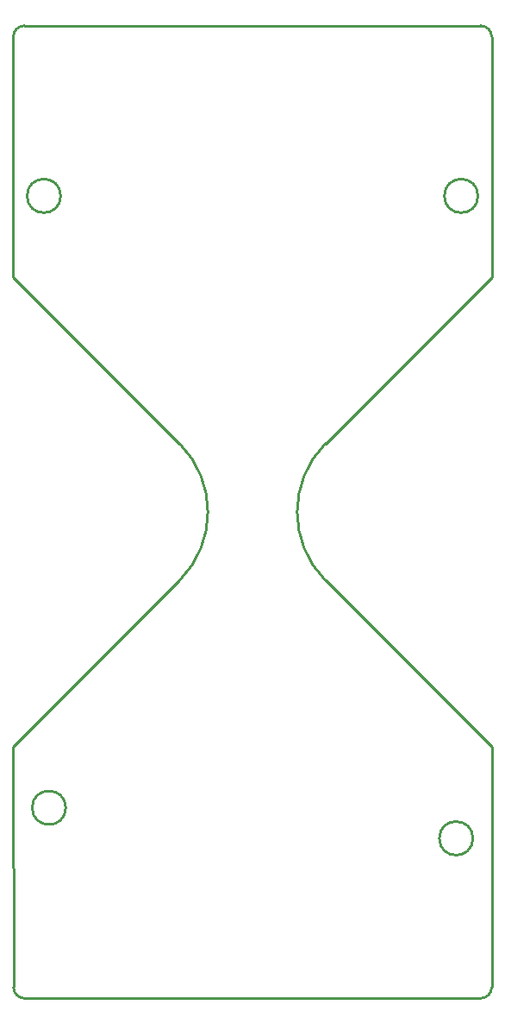
<source format=gko>
G04*
G04 #@! TF.GenerationSoftware,Altium Limited,Altium Designer,21.6.1 (37)*
G04*
G04 Layer_Color=16711935*
%FSLAX25Y25*%
%MOIN*%
G70*
G04*
G04 #@! TF.SameCoordinates,C0504D16-1B66-4A67-A265-E874579EAF83*
G04*
G04*
G04 #@! TF.FilePolarity,Positive*
G04*
G01*
G75*
%ADD11C,0.01000*%
D11*
X87205Y122047D02*
G03*
X87205Y122047I-6496J0D01*
G01*
X-74213D02*
G03*
X-74213Y122047I-6496J0D01*
G01*
X-72244Y-114173D02*
G03*
X-72244Y-114173I-6496J0D01*
G01*
X85236Y-125984D02*
G03*
X85236Y-125984I-6496J0D01*
G01*
X28221Y26451D02*
G03*
X28221Y-26451I26451J-26451D01*
G01*
X-28221D02*
G03*
X-28221Y26451I-26451J26451D01*
G01*
X-88232Y187750D02*
G03*
X-92520Y183463I0J-4288D01*
G01*
X92520D02*
G03*
X88232Y187750I-4288J0D01*
G01*
Y-187750D02*
G03*
X92520Y-183463I0J4288D01*
G01*
X-92463Y-183462D02*
G03*
X-88175Y-187750I4288J0D01*
G01*
X-92520Y90750D02*
X-28221Y26451D01*
X-92520Y90750D02*
Y183463D01*
X-88232Y187750D02*
X88232Y187750D01*
X92520Y90750D02*
Y183463D01*
Y-183463D02*
Y-90750D01*
X-88175Y-187750D02*
X88232D01*
X-92520Y-90750D02*
X-92463Y-183462D01*
X-92520Y-90750D02*
X-28221Y-26451D01*
X28221D02*
X92520Y-90750D01*
X28221Y26451D02*
X92520Y90750D01*
M02*

</source>
